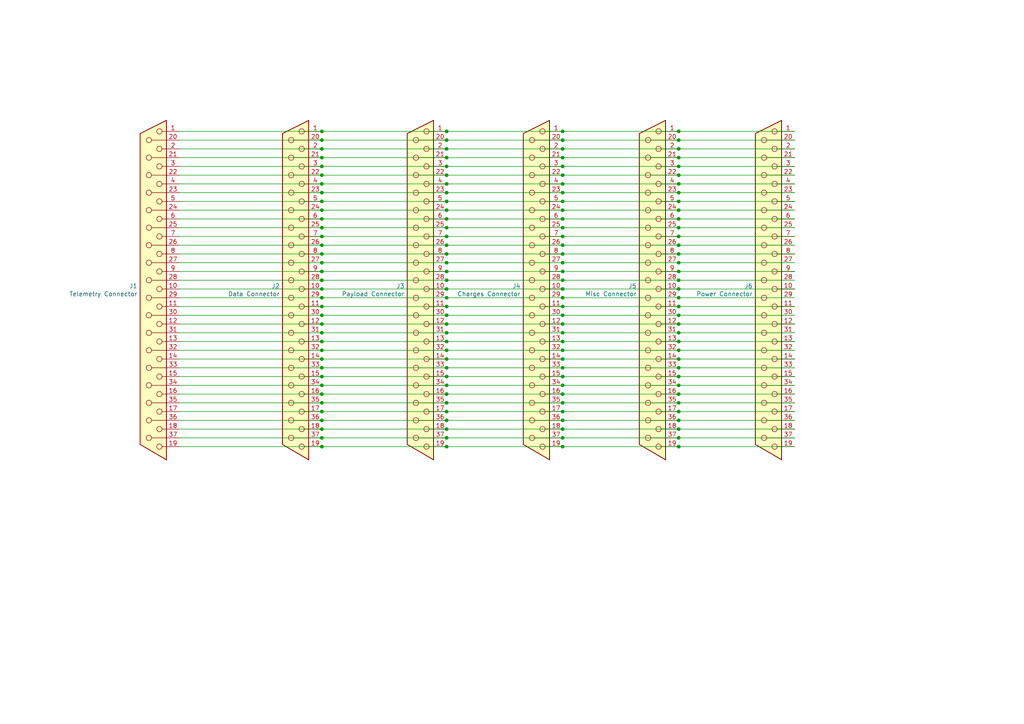
<source format=kicad_sch>
(kicad_sch (version 20211123) (generator eeschema)
  (paper "A4")
  (title_block (title "DSUB Backplane PCB Schematic") (date "2022-02-12") (rev "v0.2") (company "Missouri S&T Rocket Design Team '21 (Thomas Francois & Jacob King)") (comment 1 "https://github.com/MSTRocketDesignTeam/Avionics-Power-PCB") (comment 2 "Intended as initial pre-production design") (comment 3 "Schematic depicting logical connections between components"))
  (lib_symbols
    (symbol "Connector:DB37_Female" (pin_names (offset 1.016) hide)
      (property "Reference" "J" (at 0 50.165 0))
      (property "Value" "DB37_Female" (at 0 -50.8 0))
      (symbol "DB37_Female_0_1"
        (circle (center -1.778 -45.72) (radius 0.762))
        (circle (center -1.778 -40.64) (radius 0.762))
        (circle (center -1.778 -35.56) (radius 0.762))
        (circle (center -1.778 -30.48) (radius 0.762))
        (circle (center -1.778 -25.4) (radius 0.762))
        (circle (center -1.778 -20.32) (radius 0.762))
        (circle (center -1.778 -15.24) (radius 0.762))
        (circle (center -1.778 -10.16) (radius 0.762))
        (circle (center -1.778 -5.08) (radius 0.762))
        (circle (center -1.778 0) (radius 0.762))
        (circle (center -1.778 5.08) (radius 0.762))
        (circle (center -1.778 10.16) (radius 0.762))
        (circle (center -1.778 15.24) (radius 0.762))
        (circle (center -1.778 20.32) (radius 0.762))
        (circle (center -1.778 25.4) (radius 0.762))
        (circle (center -1.778 30.48) (radius 0.762))
        (circle (center -1.778 35.56) (radius 0.762))
        (circle (center -1.778 40.64) (radius 0.762))
        (circle (center -1.778 45.72) (radius 0.762))
        (polyline (pts (xy -3.81 -45.72) (xy -2.54 -45.72)))
        (polyline (pts (xy -3.81 -43.18) (xy 0.508 -43.18)))
        (polyline (pts (xy -3.81 -40.64) (xy -2.54 -40.64)))
        (polyline (pts (xy -3.81 -38.1) (xy 0.508 -38.1)))
        (polyline (pts (xy -3.81 -35.56) (xy -2.54 -35.56)))
        (polyline (pts (xy -3.81 -33.02) (xy 0.508 -33.02)))
        (polyline (pts (xy -3.81 -30.48) (xy -2.54 -30.48)))
        (polyline (pts (xy -3.81 -27.94) (xy 0.508 -27.94)))
        (polyline (pts (xy -3.81 -25.4) (xy -2.54 -25.4)))
        (polyline (pts (xy -3.81 -22.86) (xy 0.508 -22.86)))
        (polyline (pts (xy -3.81 -20.32) (xy -2.54 -20.32)))
        (polyline (pts (xy -3.81 -17.78) (xy 0.508 -17.78)))
        (polyline (pts (xy -3.81 -15.24) (xy -2.54 -15.24)))
        (polyline (pts (xy -3.81 -12.7) (xy 0.508 -12.7)))
        (polyline (pts (xy -3.81 -10.16) (xy -2.54 -10.16)))
        (polyline (pts (xy -3.81 -7.62) (xy 0.508 -7.62)))
        (polyline (pts (xy -3.81 -5.08) (xy -2.54 -5.08)))
        (polyline (pts (xy -3.81 -2.54) (xy 0.508 -2.54)))
        (polyline (pts (xy -3.81 0) (xy -2.54 0)))
        (polyline (pts (xy -3.81 2.54) (xy 0.508 2.54)))
        (polyline (pts (xy -3.81 5.08) (xy -2.54 5.08)))
        (polyline (pts (xy -3.81 7.62) (xy 0.508 7.62)))
        (polyline (pts (xy -3.81 10.16) (xy -2.54 10.16)))
        (polyline (pts (xy -3.81 12.7) (xy 0.508 12.7)))
        (polyline (pts (xy -3.81 15.24) (xy -2.54 15.24)))
        (polyline (pts (xy -3.81 17.78) (xy 0.508 17.78)))
        (polyline (pts (xy -3.81 20.32) (xy -2.54 20.32)))
        (polyline (pts (xy -3.81 22.86) (xy 0.508 22.86)))
        (polyline (pts (xy -3.81 25.4) (xy -2.54 25.4)))
        (polyline (pts (xy -3.81 27.94) (xy 0.508 27.94)))
        (polyline (pts (xy -3.81 30.48) (xy -2.54 30.48)))
        (polyline (pts (xy -3.81 33.02) (xy 0.508 33.02)))
        (polyline (pts (xy -3.81 35.56) (xy -2.54 35.56)))
        (polyline (pts (xy -3.81 38.1) (xy 0.508 38.1)))
        (polyline (pts (xy -3.81 40.64) (xy -2.54 40.64)))
        (polyline (pts (xy -3.81 43.18) (xy 0.508 43.18)))
        (polyline (pts (xy -3.81 45.72) (xy -2.54 45.72)))
        (polyline (pts (xy -3.81 -49.53) (xy 3.81 -45.085) (xy 3.81 45.085) (xy -3.81 48.895) (xy -3.81 -49.53)) (stroke (width 0.254)) (fill (type background)))
        (circle (center 1.27 -43.18) (radius 0.762))
        (circle (center 1.27 -38.1) (radius 0.762))
        (circle (center 1.27 -33.02) (radius 0.762))
        (circle (center 1.27 -27.94) (radius 0.762))
        (circle (center 1.27 -22.86) (radius 0.762))
        (circle (center 1.27 -17.78) (radius 0.762))
        (circle (center 1.27 -12.7) (radius 0.762))
        (circle (center 1.27 -7.62) (radius 0.762))
        (circle (center 1.27 -2.54) (radius 0.762))
        (circle (center 1.27 2.54) (radius 0.762))
        (circle (center 1.27 7.62) (radius 0.762))
        (circle (center 1.27 12.7) (radius 0.762))
        (circle (center 1.27 17.78) (radius 0.762))
        (circle (center 1.27 22.86) (radius 0.762))
        (circle (center 1.27 27.94) (radius 0.762))
        (circle (center 1.27 33.02) (radius 0.762))
        (circle (center 1.27 38.1) (radius 0.762))
        (circle (center 1.27 43.18) (radius 0.762))
      )
      (symbol "DB37_Female_1_1"
        (pin passive line (at -7.62 45.72 0) (length 3.81) (name "1") (number "1"))
        (pin passive line (at -7.62 0 0) (length 3.81) (name "10") (number "10"))
        (pin passive line (at -7.62 -5.08 0) (length 3.81) (name "11") (number "11"))
        (pin passive line (at -7.62 -10.16 0) (length 3.81) (name "12") (number "12"))
        (pin passive line (at -7.62 -15.24 0) (length 3.81) (name "13") (number "13"))
        (pin passive line (at -7.62 -20.32 0) (length 3.81) (name "14") (number "14"))
        (pin passive line (at -7.62 -25.4 0) (length 3.81) (name "15") (number "15"))
        (pin passive line (at -7.62 -30.48 0) (length 3.81) (name "16") (number "16"))
        (pin passive line (at -7.62 -35.56 0) (length 3.81) (name "17") (number "17"))
        (pin passive line (at -7.62 -40.64 0) (length 3.81) (name "18") (number "18"))
        (pin passive line (at -7.62 -45.72 0) (length 3.81) (name "19") (number "19"))
        (pin passive line (at -7.62 40.64 0) (length 3.81) (name "2") (number "2"))
        (pin passive line (at -7.62 43.18 0) (length 3.81) (name "20") (number "20"))
        (pin passive line (at -7.62 38.1 0) (length 3.81) (name "21") (number "21"))
        (pin passive line (at -7.62 33.02 0) (length 3.81) (name "22") (number "22"))
        (pin passive line (at -7.62 27.94 0) (length 3.81) (name "23") (number "23"))
        (pin passive line (at -7.62 22.86 0) (length 3.81) (name "24") (number "24"))
        (pin passive line (at -7.62 17.78 0) (length 3.81) (name "25") (number "25"))
        (pin passive line (at -7.62 12.7 0) (length 3.81) (name "26") (number "26"))
        (pin passive line (at -7.62 7.62 0) (length 3.81) (name "27") (number "27"))
        (pin passive line (at -7.62 2.54 0) (length 3.81) (name "28") (number "28"))
        (pin passive line (at -7.62 -2.54 0) (length 3.81) (name "29") (number "29"))
        (pin passive line (at -7.62 35.56 0) (length 3.81) (name "3") (number "3"))
        (pin passive line (at -7.62 -7.62 0) (length 3.81) (name "30") (number "30"))
        (pin passive line (at -7.62 -12.7 0) (length 3.81) (name "31") (number "31"))
        (pin passive line (at -7.62 -17.78 0) (length 3.81) (name "32") (number "32"))
        (pin passive line (at -7.62 -22.86 0) (length 3.81) (name "33") (number "33"))
        (pin passive line (at -7.62 -27.94 0) (length 3.81) (name "34") (number "34"))
        (pin passive line (at -7.62 -33.02 0) (length 3.81) (name "35") (number "35"))
        (pin passive line (at -7.62 -38.1 0) (length 3.81) (name "36") (number "36"))
        (pin passive line (at -7.62 -43.18 0) (length 3.81) (name "37") (number "37"))
        (pin passive line (at -7.62 30.48 0) (length 3.81) (name "4") (number "4"))
        (pin passive line (at -7.62 25.4 0) (length 3.81) (name "5") (number "5"))
        (pin passive line (at -7.62 20.32 0) (length 3.81) (name "6") (number "6"))
        (pin passive line (at -7.62 15.24 0) (length 3.81) (name "7") (number "7"))
        (pin passive line (at -7.62 10.16 0) (length 3.81) (name "8") (number "8"))
        (pin passive line (at -7.62 5.08 0) (length 3.81) (name "9") (number "9"))
      )
    )
  )
  (junction (at 196.85 106.68))
  (junction (at 129.54 119.38))
  (junction (at 93.345 124.46))
  (junction (at 163.195 73.66))
  (junction (at 93.345 121.92))
  (junction (at 129.54 116.84))
  (junction (at 163.195 55.88))
  (junction (at 129.54 104.14))
  (junction (at 129.54 86.36))
  (junction (at 196.85 50.8))
  (junction (at 163.195 45.72))
  (junction (at 93.345 99.06))
  (junction (at 129.54 81.28))
  (junction (at 93.345 76.2))
  (junction (at 196.85 45.72))
  (junction (at 129.54 55.88))
  (junction (at 196.85 111.76))
  (junction (at 93.345 88.9))
  (junction (at 196.85 101.6))
  (junction (at 129.54 106.68))
  (junction (at 196.85 93.98))
  (junction (at 163.195 63.5))
  (junction (at 196.85 48.26))
  (junction (at 93.345 81.28))
  (junction (at 163.195 121.92))
  (junction (at 196.85 86.36))
  (junction (at 129.54 40.64))
  (junction (at 196.85 58.42))
  (junction (at 196.85 40.64))
  (junction (at 196.85 66.04))
  (junction (at 196.85 60.96))
  (junction (at 93.345 106.68))
  (junction (at 129.54 63.5))
  (junction (at 163.195 43.18))
  (junction (at 196.85 129.54))
  (junction (at 163.195 127))
  (junction (at 163.195 96.52))
  (junction (at 129.54 101.6))
  (junction (at 196.85 104.14))
  (junction (at 163.195 58.42))
  (junction (at 129.54 127))
  (junction (at 163.195 124.46))
  (junction (at 93.345 78.74))
  (junction (at 93.345 40.64))
  (junction (at 93.345 60.96))
  (junction (at 163.195 93.98))
  (junction (at 196.85 38.1))
  (junction (at 163.195 109.22))
  (junction (at 93.345 43.18))
  (junction (at 163.195 104.14))
  (junction (at 196.85 78.74))
  (junction (at 163.195 78.74))
  (junction (at 129.54 45.72))
  (junction (at 129.54 38.1))
  (junction (at 93.345 93.98))
  (junction (at 163.195 76.2))
  (junction (at 93.345 48.26))
  (junction (at 163.195 99.06))
  (junction (at 163.195 60.96))
  (junction (at 129.54 111.76))
  (junction (at 129.54 68.58))
  (junction (at 163.195 106.68))
  (junction (at 129.54 93.98))
  (junction (at 163.195 68.58))
  (junction (at 129.54 76.2))
  (junction (at 196.85 116.84))
  (junction (at 196.85 73.66))
  (junction (at 93.345 50.8))
  (junction (at 196.85 88.9))
  (junction (at 129.54 60.96))
  (junction (at 163.195 111.76))
  (junction (at 196.85 99.06))
  (junction (at 196.85 127))
  (junction (at 196.85 81.28))
  (junction (at 163.195 119.38))
  (junction (at 129.54 121.92))
  (junction (at 129.54 99.06))
  (junction (at 93.345 53.34))
  (junction (at 129.54 83.82))
  (junction (at 163.195 83.82))
  (junction (at 93.345 127))
  (junction (at 196.85 55.88))
  (junction (at 93.345 91.44))
  (junction (at 129.54 114.3))
  (junction (at 129.54 48.26))
  (junction (at 196.85 76.2))
  (junction (at 129.54 58.42))
  (junction (at 129.54 73.66))
  (junction (at 163.195 48.26))
  (junction (at 163.195 88.9))
  (junction (at 93.345 129.54))
  (junction (at 129.54 129.54))
  (junction (at 93.345 104.14))
  (junction (at 129.54 88.9))
  (junction (at 196.85 43.18))
  (junction (at 163.195 38.1))
  (junction (at 163.195 116.84))
  (junction (at 129.54 91.44))
  (junction (at 163.195 129.54))
  (junction (at 196.85 63.5))
  (junction (at 196.85 91.44))
  (junction (at 129.54 53.34))
  (junction (at 163.195 66.04))
  (junction (at 93.345 96.52))
  (junction (at 93.345 111.76))
  (junction (at 163.195 114.3))
  (junction (at 93.345 73.66))
  (junction (at 93.345 66.04))
  (junction (at 129.54 66.04))
  (junction (at 93.345 68.58))
  (junction (at 93.345 83.82))
  (junction (at 196.85 124.46))
  (junction (at 93.345 71.12))
  (junction (at 196.85 121.92))
  (junction (at 93.345 86.36))
  (junction (at 196.85 53.34))
  (junction (at 93.345 45.72))
  (junction (at 163.195 40.64))
  (junction (at 196.85 71.12))
  (junction (at 93.345 63.5))
  (junction (at 129.54 96.52))
  (junction (at 93.345 55.88))
  (junction (at 163.195 50.8))
  (junction (at 163.195 81.28))
  (junction (at 163.195 91.44))
  (junction (at 129.54 71.12))
  (junction (at 93.345 38.1))
  (junction (at 129.54 109.22))
  (junction (at 93.345 101.6))
  (junction (at 196.85 114.3))
  (junction (at 129.54 78.74))
  (junction (at 163.195 71.12))
  (junction (at 163.195 101.6))
  (junction (at 93.345 116.84))
  (junction (at 163.195 53.34))
  (junction (at 93.345 114.3))
  (junction (at 196.85 83.82))
  (junction (at 163.195 86.36))
  (junction (at 129.54 43.18))
  (junction (at 196.85 109.22))
  (junction (at 129.54 124.46))
  (junction (at 129.54 50.8))
  (junction (at 196.85 119.38))
  (junction (at 196.85 68.58))
  (junction (at 93.345 58.42))
  (junction (at 93.345 119.38))
  (junction (at 93.345 109.22))
  (junction (at 196.85 96.52))
  (wire (pts (xy 129.54 104.14) (xy 163.195 104.14)))
  (wire (pts (xy 129.54 127) (xy 163.195 127)))
  (wire (pts (xy 93.345 83.82) (xy 129.54 83.82)))
  (wire (pts (xy 93.345 101.6) (xy 129.54 101.6)))
  (wire (pts (xy 163.195 119.38) (xy 129.54 119.38)))
  (wire (pts (xy 196.85 53.34) (xy 230.505 53.34)))
  (wire (pts (xy 196.85 66.04) (xy 230.505 66.04)))
  (wire (pts (xy 52.07 109.22) (xy 93.345 109.22)))
  (wire (pts (xy 93.345 60.96) (xy 129.54 60.96)))
  (wire (pts (xy 129.54 43.18) (xy 163.195 43.18)))
  (wire (pts (xy 196.85 91.44) (xy 230.505 91.44)))
  (wire (pts (xy 129.54 88.9) (xy 163.195 88.9)))
  (wire (pts (xy 129.54 91.44) (xy 163.195 91.44)))
  (wire (pts (xy 163.195 66.04) (xy 196.85 66.04)))
  (wire (pts (xy 129.54 109.22) (xy 163.195 109.22)))
  (wire (pts (xy 93.345 58.42) (xy 129.54 58.42)))
  (wire (pts (xy 93.345 66.04) (xy 129.54 66.04)))
  (wire (pts (xy 163.195 93.98) (xy 196.85 93.98)))
  (wire (pts (xy 163.195 114.3) (xy 196.85 114.3)))
  (wire (pts (xy 129.54 73.66) (xy 163.195 73.66)))
  (wire (pts (xy 129.54 76.2) (xy 163.195 76.2)))
  (wire (pts (xy 196.85 55.88) (xy 230.505 55.88)))
  (wire (pts (xy 163.195 116.84) (xy 196.85 116.84)))
  (wire (pts (xy 52.07 104.14) (xy 93.345 104.14)))
  (wire (pts (xy 163.195 55.88) (xy 196.85 55.88)))
  (wire (pts (xy 93.345 63.5) (xy 129.54 63.5)))
  (wire (pts (xy 93.345 111.76) (xy 129.54 111.76)))
  (wire (pts (xy 93.345 88.9) (xy 129.54 88.9)))
  (wire (pts (xy 163.195 109.22) (xy 196.85 109.22)))
  (wire (pts (xy 196.85 60.96) (xy 230.505 60.96)))
  (wire (pts (xy 196.85 68.58) (xy 230.505 68.58)))
  (wire (pts (xy 52.07 96.52) (xy 93.345 96.52)))
  (wire (pts (xy 129.54 96.52) (xy 163.195 96.52)))
  (wire (pts (xy 163.195 106.68) (xy 196.85 106.68)))
  (wire (pts (xy 52.07 73.66) (xy 93.345 73.66)))
  (wire (pts (xy 163.195 81.28) (xy 196.85 81.28)))
  (wire (pts (xy 196.85 50.8) (xy 230.505 50.8)))
  (wire (pts (xy 163.195 83.82) (xy 196.85 83.82)))
  (wire (pts (xy 52.07 121.92) (xy 93.345 121.92)))
  (wire (pts (xy 196.85 81.28) (xy 230.505 81.28)))
  (wire (pts (xy 129.54 50.8) (xy 163.195 50.8)))
  (wire (pts (xy 52.07 114.3) (xy 93.345 114.3)))
  (wire (pts (xy 93.345 114.3) (xy 129.54 114.3)))
  (wire (pts (xy 163.195 111.76) (xy 196.85 111.76)))
  (wire (pts (xy 93.345 40.64) (xy 129.54 40.64)))
  (wire (pts (xy 52.07 86.36) (xy 93.345 86.36)))
  (wire (pts (xy 196.85 83.82) (xy 230.505 83.82)))
  (wire (pts (xy 52.07 66.04) (xy 93.345 66.04)))
  (wire (pts (xy 163.195 58.42) (xy 196.85 58.42)))
  (wire (pts (xy 196.85 78.74) (xy 230.505 78.74)))
  (wire (pts (xy 93.345 121.92) (xy 129.54 121.92)))
  (wire (pts (xy 129.54 38.1) (xy 163.195 38.1)))
  (wire (pts (xy 129.54 53.34) (xy 163.195 53.34)))
  (wire (pts (xy 196.85 73.66) (xy 230.505 73.66)))
  (wire (pts (xy 52.07 127) (xy 93.345 127)))
  (wire (pts (xy 52.07 91.44) (xy 93.345 91.44)))
  (wire (pts (xy 163.195 86.36) (xy 196.85 86.36)))
  (wire (pts (xy 163.195 96.52) (xy 196.85 96.52)))
  (wire (pts (xy 93.345 116.84) (xy 129.54 116.84)))
  (wire (pts (xy 129.54 60.96) (xy 163.195 60.96)))
  (wire (pts (xy 52.07 48.26) (xy 93.345 48.26)))
  (wire (pts (xy 129.54 121.92) (xy 163.195 121.92)))
  (wire (pts (xy 196.85 86.36) (xy 230.505 86.36)))
  (wire (pts (xy 93.345 109.22) (xy 129.54 109.22)))
  (wire (pts (xy 52.07 81.28) (xy 93.345 81.28)))
  (wire (pts (xy 163.195 38.1) (xy 196.85 38.1)))
  (wire (pts (xy 129.54 66.04) (xy 163.195 66.04)))
  (wire (pts (xy 163.195 73.66) (xy 196.85 73.66)))
  (wire (pts (xy 196.85 40.64) (xy 230.505 40.64)))
  (wire (pts (xy 196.85 43.18) (xy 230.505 43.18)))
  (wire (pts (xy 163.195 71.12) (xy 196.85 71.12)))
  (wire (pts (xy 93.345 55.88) (xy 129.54 55.88)))
  (wire (pts (xy 129.54 63.5) (xy 163.195 63.5)))
  (wire (pts (xy 129.54 58.42) (xy 163.195 58.42)))
  (wire (pts (xy 93.345 78.74) (xy 129.54 78.74)))
  (wire (pts (xy 93.345 91.44) (xy 129.54 91.44)))
  (wire (pts (xy 129.54 68.58) (xy 163.195 68.58)))
  (wire (pts (xy 196.85 93.98) (xy 230.505 93.98)))
  (wire (pts (xy 129.54 99.06) (xy 163.195 99.06)))
  (wire (pts (xy 163.195 53.34) (xy 196.85 53.34)))
  (wire (pts (xy 52.07 76.2) (xy 93.345 76.2)))
  (wire (pts (xy 163.195 76.2) (xy 196.85 76.2)))
  (wire (pts (xy 129.54 83.82) (xy 163.195 83.82)))
  (wire (pts (xy 129.54 106.68) (xy 163.195 106.68)))
  (wire (pts (xy 129.54 71.12) (xy 163.195 71.12)))
  (wire (pts (xy 129.54 111.76) (xy 163.195 111.76)))
  (wire (pts (xy 196.85 114.3) (xy 230.505 114.3)))
  (wire (pts (xy 163.195 104.14) (xy 196.85 104.14)))
  (wire (pts (xy 163.195 88.9) (xy 196.85 88.9)))
  (wire (pts (xy 93.345 93.98) (xy 129.54 93.98)))
  (wire (pts (xy 196.85 48.26) (xy 230.505 48.26)))
  (wire (pts (xy 196.85 121.92) (xy 230.505 121.92)))
  (wire (pts (xy 93.345 99.06) (xy 129.54 99.06)))
  (wire (pts (xy 163.195 45.72) (xy 196.85 45.72)))
  (wire (pts (xy 52.07 55.88) (xy 93.345 55.88)))
  (wire (pts (xy 129.54 48.26) (xy 163.195 48.26)))
  (wire (pts (xy 196.85 88.9) (xy 230.505 88.9)))
  (wire (pts (xy 196.85 96.52) (xy 230.505 96.52)))
  (wire (pts (xy 196.85 63.5) (xy 230.505 63.5)))
  (wire (pts (xy 52.07 53.34) (xy 93.345 53.34)))
  (wire (pts (xy 93.345 129.54) (xy 129.54 129.54)))
  (wire (pts (xy 129.54 78.74) (xy 163.195 78.74)))
  (wire (pts (xy 129.54 119.38) (xy 93.345 119.38)))
  (wire (pts (xy 93.345 73.66) (xy 129.54 73.66)))
  (wire (pts (xy 52.07 68.58) (xy 93.345 68.58)))
  (wire (pts (xy 163.195 40.64) (xy 196.85 40.64)))
  (wire (pts (xy 196.85 119.38) (xy 230.505 119.38)))
  (wire (pts (xy 52.07 83.82) (xy 93.345 83.82)))
  (wire (pts (xy 93.345 68.58) (xy 129.54 68.58)))
  (wire (pts (xy 93.345 53.34) (xy 129.54 53.34)))
  (wire (pts (xy 163.195 121.92) (xy 196.85 121.92)))
  (wire (pts (xy 196.85 127) (xy 230.505 127)))
  (wire (pts (xy 196.85 76.2) (xy 230.505 76.2)))
  (wire (pts (xy 163.195 68.58) (xy 196.85 68.58)))
  (wire (pts (xy 163.195 48.26) (xy 196.85 48.26)))
  (wire (pts (xy 196.85 106.68) (xy 230.505 106.68)))
  (wire (pts (xy 163.195 127) (xy 196.85 127)))
  (wire (pts (xy 129.54 129.54) (xy 163.195 129.54)))
  (wire (pts (xy 196.85 45.72) (xy 230.505 45.72)))
  (wire (pts (xy 129.54 101.6) (xy 163.195 101.6)))
  (wire (pts (xy 196.85 124.46) (xy 230.505 124.46)))
  (wire (pts (xy 129.54 124.46) (xy 163.195 124.46)))
  (wire (pts (xy 52.07 71.12) (xy 93.345 71.12)))
  (wire (pts (xy 52.07 88.9) (xy 93.345 88.9)))
  (wire (pts (xy 93.345 96.52) (xy 129.54 96.52)))
  (wire (pts (xy 163.195 60.96) (xy 196.85 60.96)))
  (wire (pts (xy 163.195 78.74) (xy 196.85 78.74)))
  (wire (pts (xy 52.07 63.5) (xy 93.345 63.5)))
  (wire (pts (xy 52.07 129.54) (xy 93.345 129.54)))
  (wire (pts (xy 52.07 43.18) (xy 93.345 43.18)))
  (wire (pts (xy 163.195 119.38) (xy 196.85 119.38)))
  (wire (pts (xy 129.54 45.72) (xy 163.195 45.72)))
  (wire (pts (xy 93.345 81.28) (xy 129.54 81.28)))
  (wire (pts (xy 163.195 63.5) (xy 196.85 63.5)))
  (wire (pts (xy 93.345 119.38) (xy 52.07 119.38)))
  (wire (pts (xy 52.07 99.06) (xy 93.345 99.06)))
  (wire (pts (xy 52.07 106.68) (xy 93.345 106.68)))
  (wire (pts (xy 93.345 43.18) (xy 129.54 43.18)))
  (wire (pts (xy 163.195 91.44) (xy 196.85 91.44)))
  (wire (pts (xy 129.54 116.84) (xy 163.195 116.84)))
  (wire (pts (xy 163.195 99.06) (xy 196.85 99.06)))
  (wire (pts (xy 52.07 78.74) (xy 93.345 78.74)))
  (wire (pts (xy 93.345 76.2) (xy 129.54 76.2)))
  (wire (pts (xy 196.85 104.14) (xy 230.505 104.14)))
  (wire (pts (xy 196.85 111.76) (xy 230.505 111.76)))
  (wire (pts (xy 163.195 124.46) (xy 196.85 124.46)))
  (wire (pts (xy 93.345 71.12) (xy 129.54 71.12)))
  (wire (pts (xy 230.505 129.54) (xy 196.85 129.54)))
  (wire (pts (xy 52.07 101.6) (xy 93.345 101.6)))
  (wire (pts (xy 52.07 45.72) (xy 93.345 45.72)))
  (wire (pts (xy 93.345 104.14) (xy 129.54 104.14)))
  (wire (pts (xy 93.345 50.8) (xy 129.54 50.8)))
  (wire (pts (xy 93.345 45.72) (xy 129.54 45.72)))
  (wire (pts (xy 52.07 38.1) (xy 93.345 38.1)))
  (wire (pts (xy 196.85 116.84) (xy 230.505 116.84)))
  (wire (pts (xy 52.07 111.76) (xy 93.345 111.76)))
  (wire (pts (xy 93.345 127) (xy 129.54 127)))
  (wire (pts (xy 163.195 43.18) (xy 196.85 43.18)))
  (wire (pts (xy 52.07 116.84) (xy 93.345 116.84)))
  (wire (pts (xy 129.54 93.98) (xy 163.195 93.98)))
  (wire (pts (xy 129.54 81.28) (xy 163.195 81.28)))
  (wire (pts (xy 93.345 38.1) (xy 129.54 38.1)))
  (wire (pts (xy 196.85 71.12) (xy 230.505 71.12)))
  (wire (pts (xy 52.07 50.8) (xy 93.345 50.8)))
  (wire (pts (xy 196.85 101.6) (xy 230.505 101.6)))
  (wire (pts (xy 196.85 109.22) (xy 230.505 109.22)))
  (wire (pts (xy 52.07 40.64) (xy 93.345 40.64)))
  (wire (pts (xy 196.85 129.54) (xy 163.195 129.54)))
  (wire (pts (xy 196.85 38.1) (xy 230.505 38.1)))
  (wire (pts (xy 93.345 48.26) (xy 129.54 48.26)))
  (wire (pts (xy 163.195 50.8) (xy 196.85 50.8)))
  (wire (pts (xy 52.07 93.98) (xy 93.345 93.98)))
  (wire (pts (xy 93.345 124.46) (xy 129.54 124.46)))
  (wire (pts (xy 163.195 101.6) (xy 196.85 101.6)))
  (wire (pts (xy 129.54 114.3) (xy 163.195 114.3)))
  (wire (pts (xy 129.54 55.88) (xy 163.195 55.88)))
  (wire (pts (xy 52.07 124.46) (xy 93.345 124.46)))
  (wire (pts (xy 52.07 60.96) (xy 93.345 60.96)))
  (wire (pts (xy 129.54 40.64) (xy 163.195 40.64)))
  (wire (pts (xy 196.85 58.42) (xy 230.505 58.42)))
  (wire (pts (xy 52.07 58.42) (xy 93.345 58.42)))
  (wire (pts (xy 129.54 86.36) (xy 163.195 86.36)))
  (wire (pts (xy 196.85 99.06) (xy 230.505 99.06)))
  (wire (pts (xy 93.345 86.36) (xy 129.54 86.36)))
  (wire (pts (xy 93.345 106.68) (xy 129.54 106.68)))
  (symbol (lib_id "Connector:DB37_Female") (at 44.45 83.82 0) (mirror y) (unit 1)
    (property "Reference" "J1" (at 39.878 82.9564 0) (effects (justify left)))
    (property "Value" "Telemetry Connector" (at 39.878 85.2678 0) (effects (justify left)))
    (property "Footprint" "1-747301-6:TE_1-747301-6" (effects hide))
    (property "Datasheet" " ~" (effects hide))
  )
  (symbol (lib_id "Connector:DB37_Female") (at 85.725 83.82 0) (mirror y) (unit 1)
    (property "Reference" "J2" (at 81.153 82.9564 0) (effects (justify left)))
    (property "Value" "Data Connector" (at 81.153 85.2678 0) (effects (justify left)))
    (property "Footprint" "1-747301-6:TE_1-747301-6" (effects hide))
    (property "Datasheet" " ~" (effects hide))
  )
  (symbol (lib_id "Connector:DB37_Female") (at 189.23 83.82 0) (mirror y) (unit 1)
    (property "Reference" "J5" (at 184.658 82.9564 0) (effects (justify left)))
    (property "Value" "Misc Connector" (at 184.658 85.2678 0) (effects (justify left)))
    (property "Footprint" "1-747301-6:TE_1-747301-6" (effects hide))
    (property "Datasheet" " ~" (effects hide))
  )
  (symbol (lib_id "Connector:DB37_Female") (at 155.575 83.82 0) (mirror y) (unit 1)
    (property "Reference" "J4" (at 151.003 82.9564 0) (effects (justify left)))
    (property "Value" "Charges Connector" (at 151.003 85.2678 0) (effects (justify left)))
    (property "Footprint" "1-747301-6:TE_1-747301-6" (effects hide))
    (property "Datasheet" " ~" (effects hide))
  )
  (symbol (lib_id "Connector:DB37_Female") (at 121.92 83.82 0) (mirror y) (unit 1)
    (property "Reference" "J3" (at 117.348 82.9564 0) (effects (justify left)))
    (property "Value" "Payload Connector" (at 117.348 85.2678 0) (effects (justify left)))
    (property "Footprint" "1-747301-6:TE_1-747301-6" (effects hide))
    (property "Datasheet" " ~" (effects hide))
  )
  (symbol (lib_id "Connector:DB37_Female") (at 222.885 83.82 0) (mirror y) (unit 1)
    (property "Reference" "J6" (at 218.313 82.9564 0) (effects (justify left)))
    (property "Value" "Power Connector" (at 218.313 85.2678 0) (effects (justify left)))
    (property "Footprint" "1-747301-6:TE_1-747301-6" (effects hide))
    (property "Datasheet" " ~" (effects hide))
  )
)
</source>
